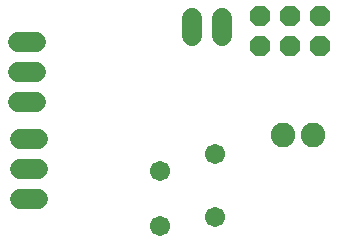
<source format=gbr>
G04 EAGLE Gerber X2 export*
%TF.Part,Single*%
%TF.FileFunction,Soldermask,Top,1*%
%TF.FilePolarity,Positive*%
%TF.GenerationSoftware,Autodesk,EAGLE,9.2.2*%
%TF.CreationDate,2020-03-12T07:58:02Z*%
G75*
%MOMM*%
%FSLAX34Y34*%
%LPD*%
%INSoldermask Top*%
%AMOC8*
5,1,8,0,0,1.08239X$1,22.5*%
G01*
%ADD10C,2.078200*%
%ADD11C,1.727200*%
%ADD12P,1.869504X8X202.500000*%
%ADD13C,1.703200*%


D10*
X436118Y547116D03*
X461518Y547116D03*
D11*
X227330Y575310D02*
X212090Y575310D01*
X212090Y600710D02*
X227330Y600710D01*
X227330Y626110D02*
X212090Y626110D01*
X213360Y543560D02*
X228600Y543560D01*
X228600Y518160D02*
X213360Y518160D01*
X213360Y492760D02*
X228600Y492760D01*
D12*
X467614Y647700D03*
X467614Y622300D03*
X442214Y647700D03*
X442214Y622300D03*
X416814Y647700D03*
X416814Y622300D03*
D11*
X358902Y631444D02*
X358902Y646684D01*
X384302Y646684D02*
X384302Y631444D01*
D13*
X332486Y516890D03*
X331978Y470154D03*
X378460Y530860D03*
X378968Y477520D03*
M02*

</source>
